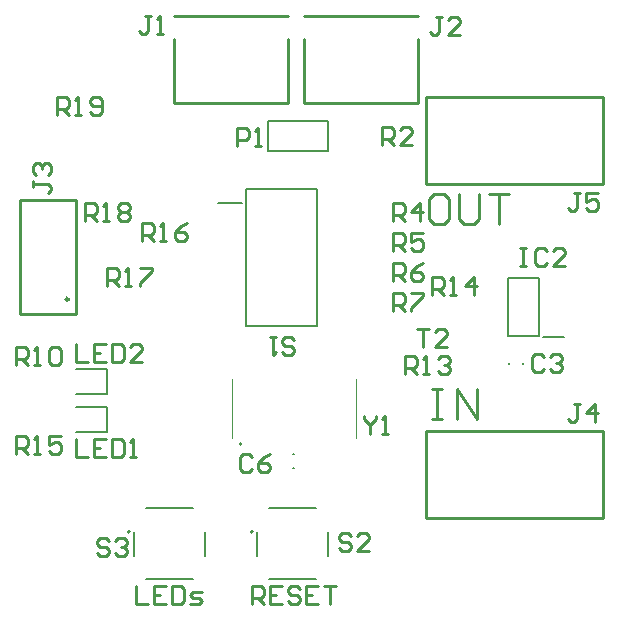
<source format=gbr>
%TF.GenerationSoftware,Altium Limited,Altium Designer,18.1.9 (240)*%
G04 Layer_Color=65535*
%FSLAX26Y26*%
%MOIN*%
%TF.FileFunction,Legend,Top*%
%TF.Part,Single*%
G01*
G75*
%TA.AperFunction,NonConductor*%
%ADD37C,0.007874*%
%ADD38C,0.010000*%
%ADD61C,0.005000*%
%ADD62C,0.003937*%
D37*
X3073937Y2425000D02*
G03*
X3073937Y2425000I-3937J0D01*
G01*
X3446772Y2716890D02*
G03*
X3446772Y2716890I-3937J0D01*
G01*
X3483937Y2425000D02*
G03*
X3483937Y2425000I-3937J0D01*
G01*
X3618031Y2637362D02*
X3621968D01*
X3618031Y2682638D02*
X3621968D01*
X4332835Y3078543D02*
X4437165D01*
X4332835D02*
Y3271457D01*
X4437165D01*
Y3078543D02*
Y3271457D01*
X4450945Y3074409D02*
X4519842D01*
X3735000Y3695000D02*
Y3795000D01*
X3535000Y3695000D02*
X3735000D01*
X3535000D02*
Y3795000D01*
X3735000D01*
X3461890Y3568937D02*
X3698110D01*
Y3111063D02*
Y3568937D01*
X3461890Y3111063D02*
X3698110D01*
X3461890D02*
Y3568937D01*
X3367402Y3519528D02*
X3448110D01*
X2892598Y2966339D02*
X2998898D01*
Y2883661D02*
Y2966339D01*
X2892598Y2883661D02*
X2998898D01*
X4382638Y2983032D02*
Y2986969D01*
X4337362Y2983032D02*
Y2986969D01*
X2892598Y2758661D02*
X2998898D01*
Y2841339D01*
X2892598D02*
X2998898D01*
D38*
X2870000Y3200000D02*
G03*
X2870000Y3200000I-5000J0D01*
G01*
X2895000Y3150000D02*
Y3530000D01*
X2706000Y3150000D02*
Y3530000D01*
X2895000D01*
X2706000Y3150000D02*
X2895000D01*
X4650551Y3585512D02*
Y3874488D01*
X4060000Y3585512D02*
X4650551D01*
X4060000Y3874488D02*
X4650551D01*
X4060000Y3585512D02*
Y3874488D01*
X3220039Y3854921D02*
Y4066339D01*
Y3854921D02*
X3599961D01*
Y4066339D01*
X3220039Y4145079D02*
X3599961D01*
X3655039D02*
X4034961D01*
Y3854921D02*
Y4066339D01*
X3655039Y3854921D02*
X4034961D01*
X3655039D02*
Y4066339D01*
X4060000Y2470512D02*
Y2759488D01*
X4650551D01*
X4060000Y2470512D02*
X4650551D01*
Y2759488D01*
X4031164Y3099981D02*
X4071151D01*
X4051158D01*
Y3040000D01*
X4131132D02*
X4091145D01*
X4131132Y3079987D01*
Y3089984D01*
X4121135Y3099981D01*
X4101141D01*
X4091145Y3089984D01*
X4119984Y3549968D02*
X4086661D01*
X4070000Y3533306D01*
Y3466661D01*
X4086661Y3450000D01*
X4119984D01*
X4136645Y3466661D01*
Y3533306D01*
X4119984Y3549968D01*
X4169968D02*
Y3466661D01*
X4186629Y3450000D01*
X4219952D01*
X4236613Y3466661D01*
Y3549968D01*
X4269935D02*
X4336581D01*
X4303258D01*
Y3450000D01*
X4080000Y2899968D02*
X4113323D01*
X4096661D01*
Y2800000D01*
X4080000D01*
X4113323D01*
X4163306D02*
Y2899968D01*
X4229952Y2800000D01*
Y2899968D01*
X3095000Y2244981D02*
Y2185000D01*
X3134987D01*
X3194968Y2244981D02*
X3154981D01*
Y2185000D01*
X3194968D01*
X3154981Y2214990D02*
X3174974D01*
X3214961Y2244981D02*
Y2185000D01*
X3244952D01*
X3254948Y2194997D01*
Y2234984D01*
X3244952Y2244981D01*
X3214961D01*
X3274942Y2185000D02*
X3304932D01*
X3314929Y2194997D01*
X3304932Y2204994D01*
X3284939D01*
X3274942Y2214990D01*
X3284939Y2224987D01*
X3314929D01*
X3480000Y2185000D02*
Y2244981D01*
X3509990D01*
X3519987Y2234984D01*
Y2214990D01*
X3509990Y2204994D01*
X3480000D01*
X3499994D02*
X3519987Y2185000D01*
X3579968Y2244981D02*
X3539981D01*
Y2185000D01*
X3579968D01*
X3539981Y2214990D02*
X3559974D01*
X3639948Y2234984D02*
X3629952Y2244981D01*
X3609958D01*
X3599961Y2234984D01*
Y2224987D01*
X3609958Y2214990D01*
X3629952D01*
X3639948Y2204994D01*
Y2194997D01*
X3629952Y2185000D01*
X3609958D01*
X3599961Y2194997D01*
X3699929Y2244981D02*
X3659942D01*
Y2185000D01*
X3699929D01*
X3659942Y2214990D02*
X3679935D01*
X3719922Y2244981D02*
X3759910D01*
X3739916D01*
Y2185000D01*
X2831000Y3814000D02*
Y3873981D01*
X2860990D01*
X2870987Y3863984D01*
Y3843990D01*
X2860990Y3833994D01*
X2831000D01*
X2850994D02*
X2870987Y3814000D01*
X2890981D02*
X2910974D01*
X2900977D01*
Y3873981D01*
X2890981Y3863984D01*
X2940964Y3823997D02*
X2950961Y3814000D01*
X2970955D01*
X2980952Y3823997D01*
Y3863984D01*
X2970955Y3873981D01*
X2950961D01*
X2940964Y3863984D01*
Y3853987D01*
X2950961Y3843990D01*
X2980952D01*
X2925000Y3460000D02*
Y3519981D01*
X2954990D01*
X2964987Y3509984D01*
Y3489990D01*
X2954990Y3479994D01*
X2925000D01*
X2944994D02*
X2964987Y3460000D01*
X2984981D02*
X3004974D01*
X2994977D01*
Y3519981D01*
X2984981Y3509984D01*
X3034964D02*
X3044961Y3519981D01*
X3064955D01*
X3074952Y3509984D01*
Y3499987D01*
X3064955Y3489990D01*
X3074952Y3479994D01*
Y3469997D01*
X3064955Y3460000D01*
X3044961D01*
X3034964Y3469997D01*
Y3479994D01*
X3044961Y3489990D01*
X3034964Y3499987D01*
Y3509984D01*
X3044961Y3489990D02*
X3064955D01*
X2997402Y3245000D02*
Y3304981D01*
X3027392D01*
X3037389Y3294984D01*
Y3274990D01*
X3027392Y3264994D01*
X2997402D01*
X3017395D02*
X3037389Y3245000D01*
X3057382D02*
X3077376D01*
X3067379D01*
Y3304981D01*
X3057382Y3294984D01*
X3107366Y3304981D02*
X3147353D01*
Y3294984D01*
X3107366Y3254997D01*
Y3245000D01*
X3115000Y3395000D02*
Y3454981D01*
X3144990D01*
X3154987Y3444984D01*
Y3424990D01*
X3144990Y3414994D01*
X3115000D01*
X3134994D02*
X3154987Y3395000D01*
X3174981D02*
X3194974D01*
X3184977D01*
Y3454981D01*
X3174981Y3444984D01*
X3264952Y3454981D02*
X3244958Y3444984D01*
X3224964Y3424990D01*
Y3404997D01*
X3234961Y3395000D01*
X3254955D01*
X3264952Y3404997D01*
Y3414994D01*
X3254955Y3424990D01*
X3224964D01*
X3144987Y4144981D02*
X3124994D01*
X3134990D01*
Y4094997D01*
X3124994Y4085000D01*
X3114997D01*
X3105000Y4094997D01*
X3164981Y4085000D02*
X3184974D01*
X3174977D01*
Y4144981D01*
X3164981Y4134984D01*
X2892598Y3049981D02*
Y2990000D01*
X2932586D01*
X2992566Y3049981D02*
X2952579D01*
Y2990000D01*
X2992566D01*
X2952579Y3019990D02*
X2972573D01*
X3012560Y3049981D02*
Y2990000D01*
X3042550D01*
X3052547Y2999997D01*
Y3039984D01*
X3042550Y3049981D01*
X3012560D01*
X3112527Y2990000D02*
X3072540D01*
X3112527Y3029987D01*
Y3039984D01*
X3102530Y3049981D01*
X3082537D01*
X3072540Y3039984D01*
X2892598Y2734981D02*
Y2675000D01*
X2932586D01*
X2992566Y2734981D02*
X2952579D01*
Y2675000D01*
X2992566D01*
X2952579Y2704990D02*
X2972573D01*
X3012560Y2734981D02*
Y2675000D01*
X3042550D01*
X3052547Y2684997D01*
Y2724984D01*
X3042550Y2734981D01*
X3012560D01*
X3072540Y2675000D02*
X3092534D01*
X3082537D01*
Y2734981D01*
X3072540Y2724984D01*
X3855000Y2809981D02*
Y2799984D01*
X3874994Y2779990D01*
X3894987Y2799984D01*
Y2809981D01*
X3874994Y2779990D02*
Y2750000D01*
X3914981D02*
X3934974D01*
X3924977D01*
Y2809981D01*
X3914981Y2799984D01*
X3004987Y2394984D02*
X2994990Y2404981D01*
X2974997D01*
X2965000Y2394984D01*
Y2384987D01*
X2974997Y2374990D01*
X2994990D01*
X3004987Y2364994D01*
Y2354997D01*
X2994990Y2345000D01*
X2974997D01*
X2965000Y2354997D01*
X3024981Y2394984D02*
X3034977Y2404981D01*
X3054971D01*
X3064968Y2394984D01*
Y2384987D01*
X3054971Y2374990D01*
X3044974D01*
X3054971D01*
X3064968Y2364994D01*
Y2354997D01*
X3054971Y2345000D01*
X3034977D01*
X3024981Y2354997D01*
X3809987Y2409984D02*
X3799990Y2419981D01*
X3779997D01*
X3770000Y2409984D01*
Y2399987D01*
X3779997Y2389990D01*
X3799990D01*
X3809987Y2379994D01*
Y2369997D01*
X3799990Y2360000D01*
X3779997D01*
X3770000Y2369997D01*
X3869968Y2360000D02*
X3829981D01*
X3869968Y2399987D01*
Y2409984D01*
X3859971Y2419981D01*
X3839977D01*
X3829981Y2409984D01*
X3580013Y3025016D02*
X3590010Y3015019D01*
X3610003D01*
X3620000Y3025016D01*
Y3035013D01*
X3610003Y3045010D01*
X3590010D01*
X3580013Y3055006D01*
Y3065003D01*
X3590010Y3075000D01*
X3610003D01*
X3620000Y3065003D01*
X3560019Y3075000D02*
X3540026D01*
X3550023D01*
Y3015019D01*
X3560019Y3025016D01*
X2695000Y2685000D02*
Y2744981D01*
X2724990D01*
X2734987Y2734984D01*
Y2714990D01*
X2724990Y2704994D01*
X2695000D01*
X2714994D02*
X2734987Y2685000D01*
X2754981D02*
X2774974D01*
X2764977D01*
Y2744981D01*
X2754981Y2734984D01*
X2844952Y2744981D02*
X2804964D01*
Y2714990D01*
X2824958Y2724987D01*
X2834955D01*
X2844952Y2714990D01*
Y2694997D01*
X2834955Y2685000D01*
X2814961D01*
X2804964Y2694997D01*
X4080000Y3215000D02*
Y3274981D01*
X4109990D01*
X4119987Y3264984D01*
Y3244990D01*
X4109990Y3234994D01*
X4080000D01*
X4099993D02*
X4119987Y3215000D01*
X4139981D02*
X4159974D01*
X4149977D01*
Y3274981D01*
X4139981Y3264984D01*
X4219955Y3215000D02*
Y3274981D01*
X4189964Y3244990D01*
X4229952D01*
X3990000Y2950000D02*
Y3009981D01*
X4019990D01*
X4029987Y2999984D01*
Y2979990D01*
X4019990Y2969994D01*
X3990000D01*
X4009994D02*
X4029987Y2950000D01*
X4049981D02*
X4069974D01*
X4059977D01*
Y3009981D01*
X4049981Y2999984D01*
X4099964D02*
X4109961Y3009981D01*
X4129955D01*
X4139952Y2999984D01*
Y2989987D01*
X4129955Y2979990D01*
X4119958D01*
X4129955D01*
X4139952Y2969994D01*
Y2959997D01*
X4129955Y2950000D01*
X4109961D01*
X4099964Y2959997D01*
X2695000Y2980000D02*
Y3039981D01*
X2724990D01*
X2734987Y3029984D01*
Y3009990D01*
X2724990Y2999994D01*
X2695000D01*
X2714994D02*
X2734987Y2980000D01*
X2754981D02*
X2774974D01*
X2764977D01*
Y3039981D01*
X2754981Y3029984D01*
X2804964D02*
X2814961Y3039981D01*
X2834955D01*
X2844952Y3029984D01*
Y2989997D01*
X2834955Y2980000D01*
X2814961D01*
X2804964Y2989997D01*
Y3029984D01*
X3950000Y3160000D02*
Y3219981D01*
X3979990D01*
X3989987Y3209984D01*
Y3189990D01*
X3979990Y3179994D01*
X3950000D01*
X3969994D02*
X3989987Y3160000D01*
X4009981Y3219981D02*
X4049968D01*
Y3209984D01*
X4009981Y3169997D01*
Y3160000D01*
X3950000Y3260000D02*
Y3319981D01*
X3979990D01*
X3989987Y3309984D01*
Y3289990D01*
X3979990Y3279994D01*
X3950000D01*
X3969994D02*
X3989987Y3260000D01*
X4049968Y3319981D02*
X4029974Y3309984D01*
X4009981Y3289990D01*
Y3269997D01*
X4019977Y3260000D01*
X4039971D01*
X4049968Y3269997D01*
Y3279994D01*
X4039971Y3289990D01*
X4009981D01*
X3950000Y3360000D02*
Y3419981D01*
X3979990D01*
X3989987Y3409984D01*
Y3389990D01*
X3979990Y3379994D01*
X3950000D01*
X3969994D02*
X3989987Y3360000D01*
X4049968Y3419981D02*
X4009981D01*
Y3389990D01*
X4029974Y3399987D01*
X4039971D01*
X4049968Y3389990D01*
Y3369997D01*
X4039971Y3360000D01*
X4019977D01*
X4009981Y3369997D01*
X3950000Y3460000D02*
Y3519981D01*
X3979990D01*
X3989987Y3509984D01*
Y3489990D01*
X3979990Y3479994D01*
X3950000D01*
X3969994D02*
X3989987Y3460000D01*
X4039971D02*
Y3519981D01*
X4009981Y3489990D01*
X4049968D01*
X3915000Y3715000D02*
Y3774981D01*
X3944990D01*
X3954987Y3764984D01*
Y3744990D01*
X3944990Y3734994D01*
X3915000D01*
X3934994D02*
X3954987Y3715000D01*
X4014968D02*
X3974981D01*
X4014968Y3754987D01*
Y3764984D01*
X4004971Y3774981D01*
X3984977D01*
X3974981Y3764984D01*
X3430000Y3710000D02*
Y3769981D01*
X3459990D01*
X3469987Y3759984D01*
Y3739990D01*
X3459990Y3729994D01*
X3430000D01*
X3489981Y3710000D02*
X3509974D01*
X3499977D01*
Y3769981D01*
X3489981Y3759984D01*
X4574987Y3554981D02*
X4554993D01*
X4564990D01*
Y3504997D01*
X4554993Y3495000D01*
X4544997D01*
X4535000Y3504997D01*
X4634968Y3554981D02*
X4594981D01*
Y3524990D01*
X4614974Y3534987D01*
X4624971D01*
X4634968Y3524990D01*
Y3504997D01*
X4624971Y3495000D01*
X4604977D01*
X4594981Y3504997D01*
X4574987Y2849981D02*
X4554993D01*
X4564990D01*
Y2799997D01*
X4554993Y2790000D01*
X4544997D01*
X4535000Y2799997D01*
X4624971Y2790000D02*
Y2849981D01*
X4594981Y2819990D01*
X4634968D01*
X2750019Y3594987D02*
Y3574994D01*
Y3584990D01*
X2800003D01*
X2810000Y3574994D01*
Y3564997D01*
X2800003Y3555000D01*
X2760016Y3614981D02*
X2750019Y3624977D01*
Y3644971D01*
X2760016Y3654968D01*
X2770013D01*
X2780010Y3644971D01*
Y3634974D01*
Y3644971D01*
X2790006Y3654968D01*
X2800003D01*
X2810000Y3644971D01*
Y3624977D01*
X2800003Y3614981D01*
X4114987Y4139981D02*
X4094994D01*
X4104990D01*
Y4089997D01*
X4094994Y4080000D01*
X4084997D01*
X4075000Y4089997D01*
X4174968Y4080000D02*
X4134981D01*
X4174968Y4119987D01*
Y4129984D01*
X4164971Y4139981D01*
X4144977D01*
X4134981Y4129984D01*
X4375000Y3369981D02*
X4394993D01*
X4384997D01*
Y3310000D01*
X4375000D01*
X4394993D01*
X4464971Y3359984D02*
X4454974Y3369981D01*
X4434981D01*
X4424984Y3359984D01*
Y3319997D01*
X4434981Y3310000D01*
X4454974D01*
X4464971Y3319997D01*
X4524952Y3310000D02*
X4484964D01*
X4524952Y3349987D01*
Y3359984D01*
X4514955Y3369981D01*
X4494961D01*
X4484964Y3359984D01*
X3479987Y2674984D02*
X3469990Y2684981D01*
X3449997D01*
X3440000Y2674984D01*
Y2634997D01*
X3449997Y2625000D01*
X3469990D01*
X3479987Y2634997D01*
X3539968Y2684981D02*
X3519974Y2674984D01*
X3499981Y2654990D01*
Y2634997D01*
X3509977Y2625000D01*
X3529971D01*
X3539968Y2634997D01*
Y2644994D01*
X3529971Y2654990D01*
X3499981D01*
X4454987Y3007582D02*
X4444990Y3017579D01*
X4424997D01*
X4415000Y3007582D01*
Y2967595D01*
X4424997Y2957598D01*
X4444990D01*
X4454987Y2967595D01*
X4474981Y3007582D02*
X4484977Y3017579D01*
X4504971D01*
X4514968Y3007582D01*
Y2997586D01*
X4504971Y2987589D01*
X4494974D01*
X4504971D01*
X4514968Y2977592D01*
Y2967595D01*
X4504971Y2957598D01*
X4484977D01*
X4474981Y2967595D01*
D61*
X3126260Y2503110D02*
X3283740D01*
X3323110Y2345630D02*
Y2424370D01*
X3126260Y2266890D02*
X3283740D01*
X3086890Y2345630D02*
Y2424370D01*
X3496890Y2345630D02*
Y2424370D01*
X3536260Y2266890D02*
X3693740D01*
X3733110Y2345630D02*
Y2424370D01*
X3536260Y2503110D02*
X3693740D01*
D62*
X3826693Y2736575D02*
Y2933425D01*
X3413307Y2736575D02*
Y2933425D01*
%TF.MD5,f67f2b07f710653e62ddaa7f88a057d2*%
M02*

</source>
